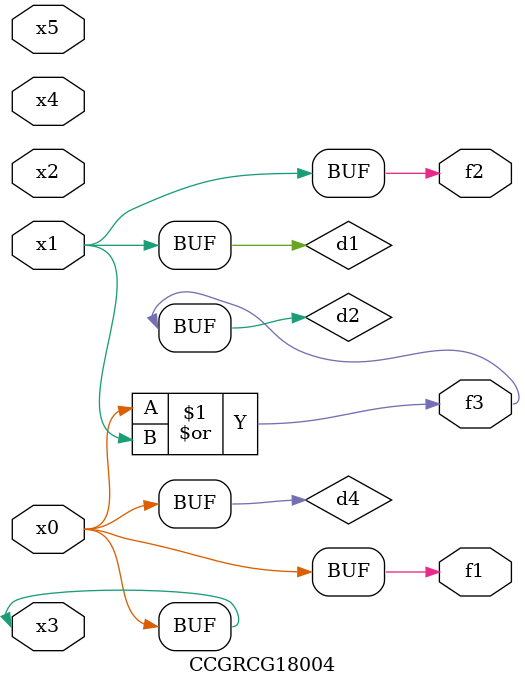
<source format=v>
module CCGRCG18004(
	input x0, x1, x2, x3, x4, x5,
	output f1, f2, f3
);

	wire d1, d2, d3, d4;

	and (d1, x1);
	or (d2, x0, x1);
	nand (d3, x0, x5);
	buf (d4, x0, x3);
	assign f1 = d4;
	assign f2 = d1;
	assign f3 = d2;
endmodule

</source>
